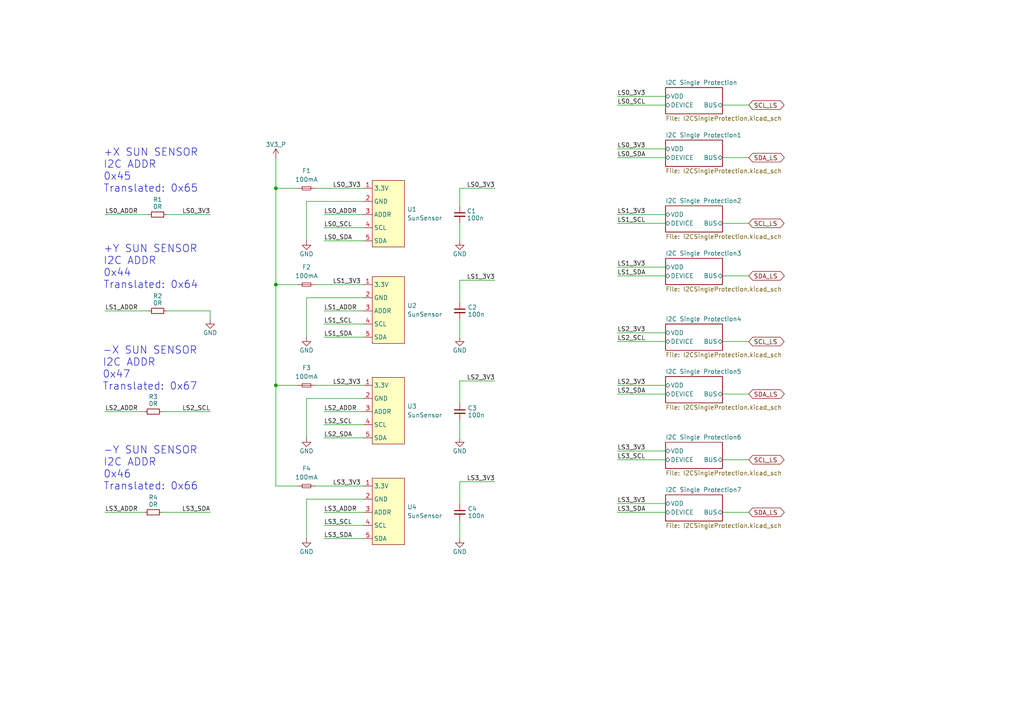
<source format=kicad_sch>
(kicad_sch (version 20250114) (generator "eeschema") (generator_version "9.0")
  (paper "A4")
  (title_block (title "Argus +Z Solar Panel") (date "2025-04-29") (rev "Rev 3.1") (company "Carnegie Mellon University") (comment 1 "N. Khera") (comment 2 "V. Kumar"))
  (lib_symbols
    (symbol "Argus-IC:SunSensor"
      (property "Reference" "U" (at 0 13.208 0))
      (property "Value" "SunSensor" (at 0 11.43 0))
      (symbol "SunSensor_1_1"
        (rectangle (start -5.08 8.636) (end 4.318 -10.668) (fill (type background)))
        (pin input line (at -7.62 6.35 0) (length 2.54) (name "3.3V") (number "1"))
        (pin input line (at -7.62 2.54 0) (length 2.54) (name "GND") (number "2"))
        (pin input line (at -7.62 -1.27 0) (length 2.54) (name "ADDR") (number "3"))
        (pin input line (at -7.62 -5.08 0) (length 2.54) (name "SCL") (number "4"))
        (pin input line (at -7.62 -8.89 0) (length 2.54) (name "SDA") (number "5"))
      )
    )
    (symbol "Device:C_Small" (pin_numbers (hide yes)) (pin_names (offset 0.254) (hide yes))
      (property "Reference" "C" (at 0.254 1.778 0))
      (property "Value" "C_Small" (at 0.254 -2.032 0))
      (symbol "C_Small_0_1"
        (polyline (pts (xy -1.524 0.508) (xy 1.524 0.508)) (stroke (width 0.3048)))
        (polyline (pts (xy -1.524 -0.508) (xy 1.524 -0.508)) (stroke (width 0.3302)))
      )
      (symbol "C_Small_1_1"
        (pin passive line (at 0 2.54 270) (length 2.032) (name "~") (number "1"))
        (pin passive line (at 0 -2.54 90) (length 2.032) (name "~") (number "2"))
      )
    )
    (symbol "Device:Fuse_Small" (pin_numbers (hide yes)) (pin_names (offset 0.254) (hide yes))
      (property "Reference" "F" (at 0 -1.524 0))
      (property "Value" "Fuse_Small" (at 0 1.524 0))
      (symbol "Fuse_Small_0_1"
        (rectangle (start -1.27 0.508) (end 1.27 -0.508))
        (polyline (pts (xy -1.27 0) (xy 1.27 0)))
      )
      (symbol "Fuse_Small_1_1"
        (pin passive line (at -2.54 0 0) (length 1.27) (name "~") (number "1"))
        (pin passive line (at 2.54 0 180) (length 1.27) (name "~") (number "2"))
      )
    )
    (symbol "Device:R_Small" (pin_numbers (hide yes)) (pin_names (offset 0.254) (hide yes))
      (property "Reference" "R" (at 0 0 90))
      (property "Value" "R_Small" (at 1.778 0 90))
      (symbol "R_Small_0_1"
        (rectangle (start -0.762 1.778) (end 0.762 -1.778) (stroke (width 0.2032)))
      )
      (symbol "R_Small_1_1"
        (pin passive line (at 0 2.54 270) (length 0.762) (name "~") (number "1"))
        (pin passive line (at 0 -2.54 90) (length 0.762) (name "~") (number "2"))
      )
    )
    (symbol "power:+3.3V" (power) (pin_numbers (hide yes)) (pin_names (offset 0) (hide yes))
      (property "Value" "+3.3V" (at 0 3.556 0))
      (symbol "+3.3V_0_1"
        (polyline (pts (xy -0.762 1.27) (xy 0 2.54)))
        (polyline (pts (xy 0 2.54) (xy 0.762 1.27)))
        (polyline (pts (xy 0 0) (xy 0 2.54)))
      )
      (symbol "+3.3V_1_1"
        (pin power_in line (at 0 0 90) (length 0) (name "~") (number "1"))
      )
    )
    (symbol "power:GND" (power) (pin_numbers (hide yes)) (pin_names (offset 0) (hide yes))
      (property "Value" "GND" (at 0 -3.81 0))
      (symbol "GND_0_1"
        (polyline (pts (xy 0 0) (xy 0 -1.27) (xy 1.27 -1.27) (xy 0 -2.54) (xy -1.27 -1.27) (xy 0 -1.27)))
      )
      (symbol "GND_1_1"
        (pin power_in line (at 0 0 270) (length 0) (name "~") (number "1"))
      )
    )
  )
  (text "-Y SUN SENSOR\nI2C ADDR\n0x46\nTranslated: 0x66" (at 29.972 135.89 0) (effects (font (size 2.159 2.159)) (justify left)))
  (text "-X SUN SENSOR\nI2C ADDR\n0x47\nTranslated: 0x67" (at 29.718 106.934 0) (effects (font (size 2.159 2.159)) (justify left)))
  (text "+X SUN SENSOR\nI2C ADDR\n0x45\nTranslated: 0x65" (at 29.972 49.53 0) (effects (font (size 2.159 2.159)) (justify left)))
  (text "+Y SUN SENSOR\nI2C ADDR\n0x44\nTranslated: 0x64" (at 29.972 77.47 0) (effects (font (size 2.159 2.159)) (justify left)))
  (junction (at 80.01 111.76))
  (junction (at 80.01 82.55))
  (junction (at 80.01 54.61))
  (wire (pts (xy 93.98 156.21) (xy 105.41 156.21)))
  (wire (pts (xy 133.35 151.13) (xy 133.35 156.21)))
  (wire (pts (xy 179.07 146.05) (xy 193.04 146.05)))
  (wire (pts (xy 80.01 82.55) (xy 80.01 111.76)))
  (wire (pts (xy 80.01 45.72) (xy 80.01 54.61)))
  (wire (pts (xy 30.48 119.38) (xy 41.91 119.38)))
  (wire (pts (xy 93.98 90.17) (xy 105.41 90.17)))
  (wire (pts (xy 209.55 114.3) (xy 217.17 114.3)))
  (wire (pts (xy 88.9 58.42) (xy 88.9 69.85)))
  (wire (pts (xy 30.48 90.17) (xy 43.18 90.17)))
  (wire (pts (xy 88.9 144.78) (xy 88.9 156.21)))
  (wire (pts (xy 133.35 81.28) (xy 143.51 81.28)))
  (wire (pts (xy 30.48 62.23) (xy 43.18 62.23)))
  (wire (pts (xy 209.55 30.48) (xy 217.17 30.48)))
  (wire (pts (xy 105.41 86.36) (xy 88.9 86.36)))
  (wire (pts (xy 93.98 93.98) (xy 105.41 93.98)))
  (wire (pts (xy 93.98 62.23) (xy 105.41 62.23)))
  (wire (pts (xy 93.98 127) (xy 105.41 127)))
  (wire (pts (xy 88.9 115.57) (xy 88.9 127)))
  (wire (pts (xy 30.48 148.59) (xy 41.91 148.59)))
  (wire (pts (xy 133.35 139.7) (xy 143.51 139.7)))
  (wire (pts (xy 93.98 148.59) (xy 105.41 148.59)))
  (wire (pts (xy 179.07 30.48) (xy 193.04 30.48)))
  (wire (pts (xy 209.55 45.72) (xy 217.17 45.72)))
  (wire (pts (xy 48.26 90.17) (xy 60.96 90.17)))
  (wire (pts (xy 133.35 54.61) (xy 133.35 59.69)))
  (wire (pts (xy 93.98 66.04) (xy 105.41 66.04)))
  (wire (pts (xy 86.36 82.55) (xy 80.01 82.55)))
  (wire (pts (xy 209.55 99.06) (xy 217.17 99.06)))
  (wire (pts (xy 46.99 148.59) (xy 60.96 148.59)))
  (wire (pts (xy 88.9 86.36) (xy 88.9 97.79)))
  (wire (pts (xy 179.07 111.76) (xy 193.04 111.76)))
  (wire (pts (xy 91.44 54.61) (xy 105.41 54.61)))
  (wire (pts (xy 93.98 152.4) (xy 105.41 152.4)))
  (wire (pts (xy 80.01 54.61) (xy 80.01 82.55)))
  (wire (pts (xy 80.01 140.97) (xy 86.36 140.97)))
  (wire (pts (xy 80.01 111.76) (xy 86.36 111.76)))
  (wire (pts (xy 48.26 62.23) (xy 60.96 62.23)))
  (wire (pts (xy 93.98 97.79) (xy 105.41 97.79)))
  (wire (pts (xy 179.07 27.94) (xy 193.04 27.94)))
  (wire (pts (xy 93.98 123.19) (xy 105.41 123.19)))
  (wire (pts (xy 179.07 148.59) (xy 193.04 148.59)))
  (wire (pts (xy 80.01 54.61) (xy 86.36 54.61)))
  (wire (pts (xy 91.44 82.55) (xy 105.41 82.55)))
  (wire (pts (xy 133.35 81.28) (xy 133.35 87.63)))
  (wire (pts (xy 179.07 64.77) (xy 193.04 64.77)))
  (wire (pts (xy 179.07 62.23) (xy 193.04 62.23)))
  (wire (pts (xy 179.07 96.52) (xy 193.04 96.52)))
  (wire (pts (xy 105.41 144.78) (xy 88.9 144.78)))
  (wire (pts (xy 179.07 114.3) (xy 193.04 114.3)))
  (wire (pts (xy 209.55 80.01) (xy 217.17 80.01)))
  (wire (pts (xy 133.35 121.92) (xy 133.35 127)))
  (wire (pts (xy 91.44 140.97) (xy 105.41 140.97)))
  (wire (pts (xy 133.35 139.7) (xy 133.35 146.05)))
  (wire (pts (xy 179.07 80.01) (xy 193.04 80.01)))
  (wire (pts (xy 91.44 111.76) (xy 105.41 111.76)))
  (wire (pts (xy 209.55 133.35) (xy 217.17 133.35)))
  (wire (pts (xy 209.55 148.59) (xy 217.17 148.59)))
  (wire (pts (xy 179.07 130.81) (xy 193.04 130.81)))
  (wire (pts (xy 179.07 43.18) (xy 193.04 43.18)))
  (wire (pts (xy 133.35 64.77) (xy 133.35 69.85)))
  (wire (pts (xy 80.01 111.76) (xy 80.01 140.97)))
  (wire (pts (xy 133.35 92.71) (xy 133.35 97.79)))
  (wire (pts (xy 209.55 64.77) (xy 217.17 64.77)))
  (wire (pts (xy 105.41 58.42) (xy 88.9 58.42)))
  (wire (pts (xy 179.07 133.35) (xy 193.04 133.35)))
  (wire (pts (xy 179.07 45.72) (xy 193.04 45.72)))
  (wire (pts (xy 179.07 99.06) (xy 193.04 99.06)))
  (wire (pts (xy 179.07 77.47) (xy 193.04 77.47)))
  (wire (pts (xy 93.98 69.85) (xy 105.41 69.85)))
  (wire (pts (xy 60.96 90.17) (xy 60.96 92.71)))
  (wire (pts (xy 133.35 110.49) (xy 133.35 116.84)))
  (wire (pts (xy 46.99 119.38) (xy 60.96 119.38)))
  (wire (pts (xy 105.41 115.57) (xy 88.9 115.57)))
  (wire (pts (xy 133.35 110.49) (xy 143.51 110.49)))
  (wire (pts (xy 133.35 54.61) (xy 143.51 54.61)))
  (wire (pts (xy 93.98 119.38) (xy 105.41 119.38)))
  (label "LS0_3V3" (at 96.52 54.61 0))
  (label "LS3_ADDR" (at 30.48 148.59 0))
  (label "LS1_ADDR" (at 93.98 90.17 0))
  (label "LS2_SCL" (at 93.98 123.19 0))
  (label "LS2_3V3" (at 143.51 110.49 180))
  (label "LS2_ADDR" (at 93.98 119.38 0))
  (label "LS0_3V3" (at 179.07 43.18 0))
  (label "LS0_SDA" (at 179.07 45.72 0))
  (label "LS1_3V3" (at 143.51 81.28 180))
  (label "LS2_SDA" (at 93.98 127 0))
  (label "LS1_3V3" (at 96.52 82.55 0))
  (label "LS1_ADDR" (at 30.48 90.17 0))
  (label "LS3_3V3" (at 179.07 130.81 0))
  (label "LS3_SDA" (at 179.07 148.59 0))
  (label "LS0_ADDR" (at 93.98 62.23 0))
  (label "LS2_SCL" (at 60.96 119.38 180))
  (label "LS2_SCL" (at 179.07 99.06 0))
  (label "LS0_SCL" (at 179.07 30.48 0))
  (label "LS0_SCL" (at 93.98 66.04 0))
  (label "LS3_ADDR" (at 93.98 148.59 0))
  (label "LS3_3V3" (at 179.07 146.05 0))
  (label "LS3_SCL" (at 179.07 133.35 0))
  (label "LS2_3V3" (at 179.07 111.76 0))
  (label "LS3_SDA" (at 93.98 156.21 0))
  (label "LS3_3V3" (at 96.52 140.97 0))
  (label "LS3_3V3" (at 143.51 139.7 180))
  (label "LS1_3V3" (at 179.07 62.23 0))
  (label "LS0_3V3" (at 143.51 54.61 180))
  (label "LS0_3V3" (at 179.07 27.94 0))
  (label "LS1_SDA" (at 93.98 97.79 0))
  (label "LS1_SCL" (at 179.07 64.77 0))
  (label "LS2_ADDR" (at 30.48 119.38 0))
  (label "LS2_SDA" (at 179.07 114.3 0))
  (label "LS3_SDA" (at 60.96 148.59 180))
  (label "LS0_3V3" (at 60.96 62.23 180))
  (label "LS0_ADDR" (at 30.48 62.23 0))
  (label "LS3_SCL" (at 93.98 152.4 0))
  (label "LS0_SDA" (at 93.98 69.85 0))
  (label "LS1_SDA" (at 179.07 80.01 0))
  (label "LS1_SCL" (at 93.98 93.98 0))
  (label "LS2_3V3" (at 96.52 111.76 0))
  (label "LS2_3V3" (at 179.07 96.52 0))
  (label "LS1_3V3" (at 179.07 77.47 0))
  (global_label "SCL_LS" (shape bidirectional) (at 217.17 64.77 0) (property "Intersheetrefs" "${INTERSHEET_REFS}" (effects (hide yes))))
  (global_label "SCL_LS" (shape bidirectional) (at 217.17 99.06 0) (property "Intersheetrefs" "${INTERSHEET_REFS}" (effects (hide yes))))
  (global_label "SDA_LS" (shape bidirectional) (at 217.17 148.59 0) (property "Intersheetrefs" "${INTERSHEET_REFS}" (effects (hide yes))))
  (global_label "SDA_LS" (shape bidirectional) (at 217.17 45.72 0) (property "Intersheetrefs" "${INTERSHEET_REFS}" (effects (hide yes))))
  (global_label "SDA_LS" (shape bidirectional) (at 217.17 80.01 0) (property "Intersheetrefs" "${INTERSHEET_REFS}" (effects (hide yes))))
  (global_label "SCL_LS" (shape bidirectional) (at 217.17 133.35 0) (property "Intersheetrefs" "${INTERSHEET_REFS}" (effects (hide yes))))
  (global_label "SCL_LS" (shape bidirectional) (at 217.17 30.48 0) (property "Intersheetrefs" "${INTERSHEET_REFS}" (effects (hide yes))))
  (global_label "SDA_LS" (shape bidirectional) (at 217.17 114.3 0) (property "Intersheetrefs" "${INTERSHEET_REFS}" (effects (hide yes))))
  (symbol (lib_id "Device:R_Small") (at 44.45 148.59 90) (unit 1)
    (property "Reference" "R4" (at 44.45 144.272 90))
    (property "Value" "0R" (at 44.45 146.304 90))
    (property "Footprint" "Resistor_SMD:R_0603_1608Metric" (effects (hide yes)))
    (property "Description" "Resistor, small symbol" (effects (hide yes)))
    (property "MPN" "C844915" (effects (hide yes)))
  )
  (symbol (lib_id "power:GND") (at 133.35 127 0) (mirror y) (unit 1)
    (property "Reference" "#PWR017" (effects (hide yes)))
    (property "Value" "GND" (at 133.35 130.81 0))
    (property "Description" "Power symbol creates a global label with name \"GND\" , ground" (effects (hide yes)))
  )
  (symbol (lib_id "power:GND") (at 60.96 92.71 0) (mirror y) (unit 1)
    (property "Reference" "#PWR054" (effects (hide yes)))
    (property "Value" "GND" (at 60.96 96.52 0))
    (property "Description" "Power symbol creates a global label with name \"GND\" , ground" (effects (hide yes)))
  )
  (symbol (lib_id "power:GND") (at 88.9 127 0) (mirror y) (unit 1)
    (property "Reference" "#PWR014" (effects (hide yes)))
    (property "Value" "GND" (at 88.9 130.81 0))
    (property "Description" "Power symbol creates a global label with name \"GND\" , ground" (effects (hide yes)))
  )
  (symbol (lib_id "power:GND") (at 88.9 97.79 0) (mirror y) (unit 1)
    (property "Reference" "#PWR013" (effects (hide yes)))
    (property "Value" "GND" (at 88.9 101.6 0))
    (property "Description" "Power symbol creates a global label with name \"GND\" , ground" (effects (hide yes)))
  )
  (symbol (lib_id "Argus-IC:SunSensor") (at 113.03 88.9 0) (unit 1)
    (property "Reference" "U2" (at 118.11 88.6459 0) (effects (justify left)))
    (property "Value" "SunSensor" (at 118.11 91.1859 0) (effects (justify left)))
    (property "Footprint" "Argus-IC:SunSensor" (effects (hide yes)))
  )
  (symbol (lib_id "Device:C_Small") (at 133.35 62.23 0) (unit 1)
    (property "Reference" "C1" (at 135.382 61.214 0) (effects (justify left)))
    (property "Value" "100n" (at 135.382 63.246 0) (effects (justify left)))
    (property "Footprint" "Capacitor_SMD:C_0603_1608Metric" (effects (hide yes)))
    (property "Description" "Unpolarized capacitor, small symbol" (effects (hide yes)))
    (property "MPN" "C307348" (effects (hide yes)))
  )
  (symbol (lib_id "power:GND") (at 133.35 156.21 0) (mirror y) (unit 1)
    (property "Reference" "#PWR018" (effects (hide yes)))
    (property "Value" "GND" (at 133.35 160.02 0))
    (property "Description" "Power symbol creates a global label with name \"GND\" , ground" (effects (hide yes)))
  )
  (symbol (lib_id "Device:C_Small") (at 133.35 119.38 0) (unit 1)
    (property "Reference" "C3" (at 135.636 118.364 0) (effects (justify left)))
    (property "Value" "100n" (at 135.636 120.396 0) (effects (justify left)))
    (property "Footprint" "Capacitor_SMD:C_0603_1608Metric" (effects (hide yes)))
    (property "Description" "Unpolarized capacitor, small symbol" (effects (hide yes)))
    (property "MPN" "C307348" (effects (hide yes)))
  )
  (symbol (lib_id "Device:R_Small") (at 45.72 90.17 90) (unit 1)
    (property "Reference" "R2" (at 45.72 85.852 90))
    (property "Value" "0R" (at 45.72 87.884 90))
    (property "Footprint" "Resistor_SMD:R_0603_1608Metric" (effects (hide yes)))
    (property "Description" "Resistor, small symbol" (effects (hide yes)))
    (property "MPN" "C844915" (effects (hide yes)))
  )
  (symbol (lib_id "power:GND") (at 133.35 97.79 0) (mirror y) (unit 1)
    (property "Reference" "#PWR016" (effects (hide yes)))
    (property "Value" "GND" (at 133.35 101.6 0))
    (property "Description" "Power symbol creates a global label with name \"GND\" , ground" (effects (hide yes)))
  )
  (symbol (lib_id "Device:Fuse_Small") (at 88.9 54.61 0) (unit 1)
    (property "Reference" "F1" (at 88.9 49.53 0))
    (property "Value" "100mA" (at 88.9 52.07 0))
    (property "Footprint" "Fuse:Fuse_0603_1608Metric" (effects (hide yes)))
    (property "Description" "Fuse, small symbol" (effects (hide yes)))
  )
  (symbol (lib_id "Device:C_Small") (at 133.35 148.59 0) (unit 1)
    (property "Reference" "C4" (at 135.636 147.574 0) (effects (justify left)))
    (property "Value" "100n" (at 135.636 149.606 0) (effects (justify left)))
    (property "Footprint" "Capacitor_SMD:C_0603_1608Metric" (effects (hide yes)))
    (property "Description" "Unpolarized capacitor, small symbol" (effects (hide yes)))
    (property "MPN" "C307348" (effects (hide yes)))
  )
  (symbol (lib_id "power:+3.3V") (at 80.01 45.72 0) (mirror y) (unit 1)
    (property "Reference" "#SUPPLY09" (effects (hide yes)))
    (property "Value" "3V3_P" (at 80.01 41.91 0))
    (property "Description" "Power symbol creates a global label with name \"+3.3V\"" (effects (hide yes)))
  )
  (symbol (lib_id "Device:Fuse_Small") (at 88.9 111.76 0) (unit 1)
    (property "Reference" "F3" (at 88.9 106.68 0))
    (property "Value" "100mA" (at 88.9 109.22 0))
    (property "Footprint" "Fuse:Fuse_0603_1608Metric" (effects (hide yes)))
    (property "Description" "Fuse, small symbol" (effects (hide yes)))
  )
  (symbol (lib_id "power:GND") (at 88.9 156.21 0) (mirror y) (unit 1)
    (property "Reference" "#PWR015" (effects (hide yes)))
    (property "Value" "GND" (at 88.9 160.02 0))
    (property "Description" "Power symbol creates a global label with name \"GND\" , ground" (effects (hide yes)))
  )
  (symbol (lib_id "power:GND") (at 88.9 69.85 0) (mirror y) (unit 1)
    (property "Reference" "#PWR012" (effects (hide yes)))
    (property "Value" "GND" (at 88.9 73.66 0))
    (property "Description" "Power symbol creates a global label with name \"GND\" , ground" (effects (hide yes)))
  )
  (symbol (lib_id "Device:R_Small") (at 45.72 62.23 90) (unit 1)
    (property "Reference" "R1" (at 45.72 57.912 90))
    (property "Value" "0R" (at 45.72 59.944 90))
    (property "Footprint" "Resistor_SMD:R_0603_1608Metric" (effects (hide yes)))
    (property "Description" "Resistor, small symbol" (effects (hide yes)))
    (property "MPN" "C844915" (effects (hide yes)))
  )
  (symbol (lib_id "Argus-IC:SunSensor") (at 113.03 118.11 0) (unit 1)
    (property "Reference" "U3" (at 118.11 117.8559 0) (effects (justify left)))
    (property "Value" "SunSensor" (at 118.11 120.3959 0) (effects (justify left)))
    (property "Footprint" "Argus-IC:SunSensor" (effects (hide yes)))
  )
  (symbol (lib_id "Device:Fuse_Small") (at 88.9 140.97 0) (unit 1)
    (property "Reference" "F4" (at 88.9 135.89 0))
    (property "Value" "100mA" (at 88.9 138.43 0))
    (property "Footprint" "Fuse:Fuse_0603_1608Metric" (effects (hide yes)))
    (property "Description" "Fuse, small symbol" (effects (hide yes)))
  )
  (symbol (lib_id "Device:R_Small") (at 44.45 119.38 90) (unit 1)
    (property "Reference" "R3" (at 44.45 115.062 90))
    (property "Value" "0R" (at 44.45 117.094 90))
    (property "Footprint" "Resistor_SMD:R_0603_1608Metric" (effects (hide yes)))
    (property "Description" "Resistor, small symbol" (effects (hide yes)))
    (property "MPN" "C844915" (effects (hide yes)))
  )
  (symbol (lib_id "Argus-IC:SunSensor") (at 113.03 60.96 0) (unit 1)
    (property "Reference" "U1" (at 118.11 60.7059 0) (effects (justify left)))
    (property "Value" "SunSensor" (at 118.11 63.2459 0) (effects (justify left)))
    (property "Footprint" "Argus-IC:SunSensor" (effects (hide yes)))
  )
  (symbol (lib_id "power:GND") (at 133.35 69.85 0) (mirror y) (unit 1)
    (property "Reference" "#PWR019" (effects (hide yes)))
    (property "Value" "GND" (at 133.35 73.66 0))
    (property "Description" "Power symbol creates a global label with name \"GND\" , ground" (effects (hide yes)))
  )
  (symbol (lib_id "Argus-IC:SunSensor") (at 113.03 147.32 0) (unit 1)
    (property "Reference" "U4" (at 118.11 147.0659 0) (effects (justify left)))
    (property "Value" "SunSensor" (at 118.11 149.6059 0) (effects (justify left)))
    (property "Footprint" "Argus-IC:SunSensor" (effects (hide yes)))
  )
  (symbol (lib_id "Device:C_Small") (at 133.35 90.17 0) (unit 1)
    (property "Reference" "C2" (at 135.636 89.154 0) (effects (justify left)))
    (property "Value" "100n" (at 135.636 91.186 0) (effects (justify left)))
    (property "Footprint" "Capacitor_SMD:C_0603_1608Metric" (effects (hide yes)))
    (property "Description" "Unpolarized capacitor, small symbol" (effects (hide yes)))
    (property "MPN" "C307348" (effects (hide yes)))
  )
  (symbol (lib_id "Device:Fuse_Small") (at 88.9 82.55 0) (unit 1)
    (property "Reference" "F2" (at 88.9 77.47 0))
    (property "Value" "100mA" (at 88.9 80.01 0))
    (property "Footprint" "Fuse:Fuse_0603_1608Metric" (effects (hide yes)))
    (property "Description" "Fuse, small symbol" (effects (hide yes)))
  )
  (sheet (at 193.04 143.51) (size 16.51 7.62) (stroke (width 0.1524))
    (property "Sheetname" "I2C Single Protection7" (at 193.04 142.7984 0) (effects (justify left bottom)))
    (property "Sheetfile" "I2CSingleProtection.kicad_sch" (at 193.04 151.7146 0) (effects (justify left top)))
    (pin "DEVICE" bidirectional (at 193.04 148.59 180))
    (pin "BUS" bidirectional (at 209.55 148.59 0))
    (pin "VDD" bidirectional (at 193.04 146.05 180))
  )
  (sheet (at 193.04 109.22) (size 16.51 7.62) (stroke (width 0.1524))
    (property "Sheetname" "I2C Single Protection5" (at 193.04 108.5084 0) (effects (justify left bottom)))
    (property "Sheetfile" "I2CSingleProtection.kicad_sch" (at 193.04 117.4246 0) (effects (justify left top)))
    (pin "DEVICE" bidirectional (at 193.04 114.3 180))
    (pin "BUS" bidirectional (at 209.55 114.3 0))
    (pin "VDD" bidirectional (at 193.04 111.76 180))
  )
  (sheet (at 193.04 128.27) (size 16.51 7.62) (stroke (width 0.1524))
    (property "Sheetname" "I2C Single Protection6" (at 193.04 127.5584 0) (effects (justify left bottom)))
    (property "Sheetfile" "I2CSingleProtection.kicad_sch" (at 193.04 136.4746 0) (effects (justify left top)))
    (pin "DEVICE" bidirectional (at 193.04 133.35 180))
    (pin "BUS" bidirectional (at 209.55 133.35 0))
    (pin "VDD" bidirectional (at 193.04 130.81 180))
  )
  (sheet (at 193.04 59.69) (size 16.51 7.62) (stroke (width 0.1524))
    (property "Sheetname" "I2C Single Protection2" (at 193.04 58.9784 0) (effects (justify left bottom)))
    (property "Sheetfile" "I2CSingleProtection.kicad_sch" (at 193.04 67.8946 0) (effects (justify left top)))
    (pin "DEVICE" bidirectional (at 193.04 64.77 180))
    (pin "BUS" bidirectional (at 209.55 64.77 0))
    (pin "VDD" bidirectional (at 193.04 62.23 180))
  )
  (sheet (at 193.04 40.64) (size 16.51 7.62) (stroke (width 0.1524))
    (property "Sheetname" "I2C Single Protection1" (at 193.04 39.9284 0) (effects (justify left bottom)))
    (property "Sheetfile" "I2CSingleProtection.kicad_sch" (at 193.04 48.8446 0) (effects (justify left top)))
    (pin "DEVICE" bidirectional (at 193.04 45.72 180))
    (pin "BUS" bidirectional (at 209.55 45.72 0))
    (pin "VDD" bidirectional (at 193.04 43.18 180))
  )
  (sheet (at 193.04 74.93) (size 16.51 7.62) (stroke (width 0.1524))
    (property "Sheetname" "I2C Single Protection3" (at 193.04 74.2184 0) (effects (justify left bottom)))
    (property "Sheetfile" "I2CSingleProtection.kicad_sch" (at 193.04 83.1346 0) (effects (justify left top)))
    (pin "DEVICE" bidirectional (at 193.04 80.01 180))
    (pin "BUS" bidirectional (at 209.55 80.01 0))
    (pin "VDD" bidirectional (at 193.04 77.47 180))
  )
  (sheet (at 193.04 25.4) (size 16.51 7.62) (stroke (width 0.1524))
    (property "Sheetname" "I2C Single Protection" (at 193.04 24.6884 0) (effects (justify left bottom)))
    (property "Sheetfile" "I2CSingleProtection.kicad_sch" (at 193.04 33.6046 0) (effects (justify left top)))
    (pin "DEVICE" bidirectional (at 193.04 30.48 180))
    (pin "BUS" bidirectional (at 209.55 30.48 0))
    (pin "VDD" bidirectional (at 193.04 27.94 180))
  )
  (sheet (at 193.04 93.98) (size 16.51 7.62) (stroke (width 0.1524))
    (property "Sheetname" "I2C Single Protection4" (at 193.04 93.2684 0) (effects (justify left bottom)))
    (property "Sheetfile" "I2CSingleProtection.kicad_sch" (at 193.04 102.1846 0) (effects (justify left top)))
    (pin "DEVICE" bidirectional (at 193.04 99.06 180))
    (pin "BUS" bidirectional (at 209.55 99.06 0))
    (pin "VDD" bidirectional (at 193.04 96.52 180))
  )
)
</source>
